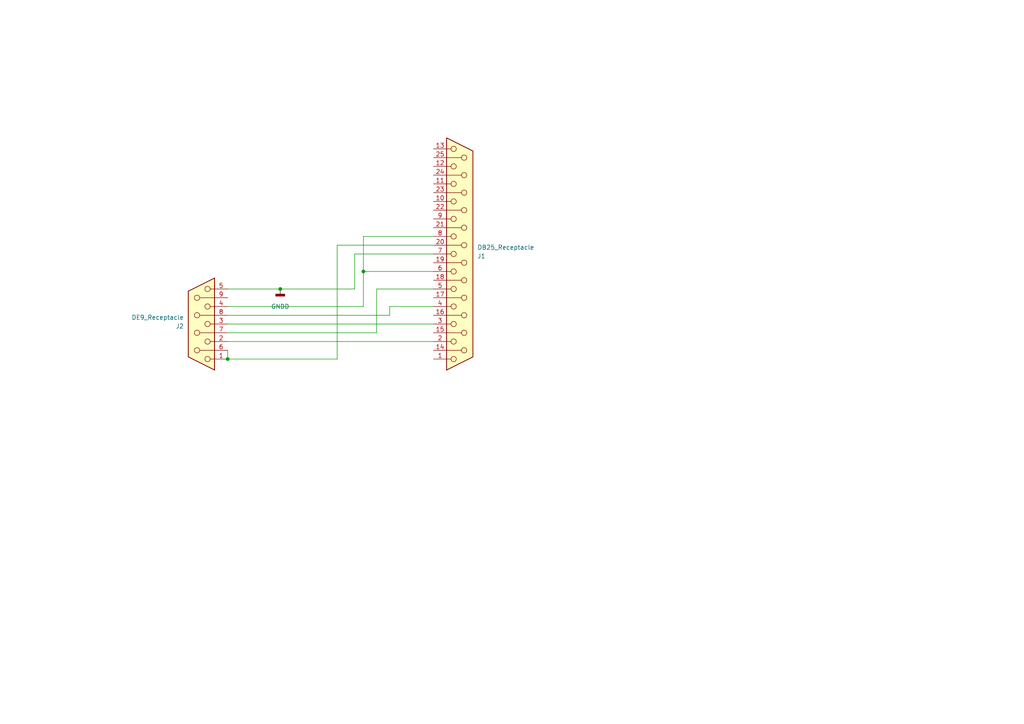
<source format=kicad_sch>
(kicad_sch (version 20230121) (generator eeschema)
  (paper "A4")
  (lib_symbols
    (symbol "Connector:DB25_Receptacle" (pin_names (offset 1.016) hide)
      (property "Reference" "J" (at 0 34.29 0))
      (property "Value" "DB25_Receptacle" (at 0 -34.925 0))
      (symbol "DB25_Receptacle_0_1"
        (circle (center -1.778 -30.48) (radius 0.762))
        (circle (center -1.778 -25.4) (radius 0.762))
        (circle (center -1.778 -20.32) (radius 0.762))
        (circle (center -1.778 -15.24) (radius 0.762))
        (circle (center -1.778 -10.16) (radius 0.762))
        (circle (center -1.778 -5.08) (radius 0.762))
        (circle (center -1.778 0) (radius 0.762))
        (circle (center -1.778 5.08) (radius 0.762))
        (circle (center -1.778 10.16) (radius 0.762))
        (circle (center -1.778 15.24) (radius 0.762))
        (circle (center -1.778 20.32) (radius 0.762))
        (circle (center -1.778 25.4) (radius 0.762))
        (circle (center -1.778 30.48) (radius 0.762))
        (polyline (pts (xy -3.81 -30.48) (xy -2.54 -30.48)))
        (polyline (pts (xy -3.81 -27.94) (xy 0.508 -27.94)))
        (polyline (pts (xy -3.81 -25.4) (xy -2.54 -25.4)))
        (polyline (pts (xy -3.81 -22.86) (xy 0.508 -22.86)))
        (polyline (pts (xy -3.81 -20.32) (xy -2.54 -20.32)))
        (polyline (pts (xy -3.81 -17.78) (xy 0.508 -17.78)))
        (polyline (pts (xy -3.81 -15.24) (xy -2.54 -15.24)))
        (polyline (pts (xy -3.81 -12.7) (xy 0.508 -12.7)))
        (polyline (pts (xy -3.81 -10.16) (xy -2.54 -10.16)))
        (polyline (pts (xy -3.81 -7.62) (xy 0.508 -7.62)))
        (polyline (pts (xy -3.81 -5.08) (xy -2.54 -5.08)))
        (polyline (pts (xy -3.81 -2.54) (xy 0.508 -2.54)))
        (polyline (pts (xy -3.81 0) (xy -2.54 0)))
        (polyline (pts (xy -3.81 2.54) (xy 0.508 2.54)))
        (polyline (pts (xy -3.81 5.08) (xy -2.54 5.08)))
        (polyline (pts (xy -3.81 7.62) (xy 0.508 7.62)))
        (polyline (pts (xy -3.81 10.16) (xy -2.54 10.16)))
        (polyline (pts (xy -3.81 12.7) (xy 0.508 12.7)))
        (polyline (pts (xy -3.81 15.24) (xy -2.54 15.24)))
        (polyline (pts (xy -3.81 17.78) (xy 0.508 17.78)))
        (polyline (pts (xy -3.81 20.32) (xy -2.54 20.32)))
        (polyline (pts (xy -3.81 22.86) (xy 0.508 22.86)))
        (polyline (pts (xy -3.81 25.4) (xy -2.54 25.4)))
        (polyline (pts (xy -3.81 27.94) (xy 0.508 27.94)))
        (polyline (pts (xy -3.81 30.48) (xy -2.54 30.48)))
        (polyline (pts (xy -3.81 33.655) (xy 3.81 29.845) (xy 3.81 -29.845) (xy -3.81 -33.655) (xy -3.81 33.655)) (stroke (width 0.254)) (fill (type background)))
        (circle (center 1.27 -27.94) (radius 0.762))
        (circle (center 1.27 -22.86) (radius 0.762))
        (circle (center 1.27 -17.78) (radius 0.762))
        (circle (center 1.27 -12.7) (radius 0.762))
        (circle (center 1.27 -7.62) (radius 0.762))
        (circle (center 1.27 -2.54) (radius 0.762))
        (circle (center 1.27 2.54) (radius 0.762))
        (circle (center 1.27 7.62) (radius 0.762))
        (circle (center 1.27 12.7) (radius 0.762))
        (circle (center 1.27 17.78) (radius 0.762))
        (circle (center 1.27 22.86) (radius 0.762))
        (circle (center 1.27 27.94) (radius 0.762))
      )
      (symbol "DB25_Receptacle_1_1"
        (pin passive line (at -7.62 30.48 0) (length 3.81) (name "1") (number "1"))
        (pin passive line (at -7.62 -15.24 0) (length 3.81) (name "10") (number "10"))
        (pin passive line (at -7.62 -20.32 0) (length 3.81) (name "11") (number "11"))
        (pin passive line (at -7.62 -25.4 0) (length 3.81) (name "12") (number "12"))
        (pin passive line (at -7.62 -30.48 0) (length 3.81) (name "13") (number "13"))
        (pin passive line (at -7.62 27.94 0) (length 3.81) (name "P14") (number "14"))
        (pin passive line (at -7.62 22.86 0) (length 3.81) (name "P15") (number "15"))
        (pin passive line (at -7.62 17.78 0) (length 3.81) (name "P16") (number "16"))
        (pin passive line (at -7.62 12.7 0) (length 3.81) (name "P17") (number "17"))
        (pin passive line (at -7.62 7.62 0) (length 3.81) (name "P18") (number "18"))
        (pin passive line (at -7.62 2.54 0) (length 3.81) (name "P19") (number "19"))
        (pin passive line (at -7.62 25.4 0) (length 3.81) (name "2") (number "2"))
        (pin passive line (at -7.62 -2.54 0) (length 3.81) (name "P20") (number "20"))
        (pin passive line (at -7.62 -7.62 0) (length 3.81) (name "P21") (number "21"))
        (pin passive line (at -7.62 -12.7 0) (length 3.81) (name "P22") (number "22"))
        (pin passive line (at -7.62 -17.78 0) (length 3.81) (name "P23") (number "23"))
        (pin passive line (at -7.62 -22.86 0) (length 3.81) (name "P24") (number "24"))
        (pin passive line (at -7.62 -27.94 0) (length 3.81) (name "P25") (number "25"))
        (pin passive line (at -7.62 20.32 0) (length 3.81) (name "3") (number "3"))
        (pin passive line (at -7.62 15.24 0) (length 3.81) (name "4") (number "4"))
        (pin passive line (at -7.62 10.16 0) (length 3.81) (name "5") (number "5"))
        (pin passive line (at -7.62 5.08 0) (length 3.81) (name "6") (number "6"))
        (pin passive line (at -7.62 0 0) (length 3.81) (name "7") (number "7"))
        (pin passive line (at -7.62 -5.08 0) (length 3.81) (name "8") (number "8"))
        (pin passive line (at -7.62 -10.16 0) (length 3.81) (name "9") (number "9"))
      )
    )
    (symbol "Connector:DE9_Receptacle" (pin_names (offset 1.016) hide)
      (property "Reference" "J" (at 0 13.97 0))
      (property "Value" "DE9_Receptacle" (at 0 -14.605 0))
      (symbol "DE9_Receptacle_0_1"
        (circle (center -1.778 -10.16) (radius 0.762))
        (circle (center -1.778 -5.08) (radius 0.762))
        (circle (center -1.778 0) (radius 0.762))
        (circle (center -1.778 5.08) (radius 0.762))
        (circle (center -1.778 10.16) (radius 0.762))
        (polyline (pts (xy -3.81 -10.16) (xy -2.54 -10.16)))
        (polyline (pts (xy -3.81 -7.62) (xy 0.508 -7.62)))
        (polyline (pts (xy -3.81 -5.08) (xy -2.54 -5.08)))
        (polyline (pts (xy -3.81 -2.54) (xy 0.508 -2.54)))
        (polyline (pts (xy -3.81 0) (xy -2.54 0)))
        (polyline (pts (xy -3.81 2.54) (xy 0.508 2.54)))
        (polyline (pts (xy -3.81 5.08) (xy -2.54 5.08)))
        (polyline (pts (xy -3.81 7.62) (xy 0.508 7.62)))
        (polyline (pts (xy -3.81 10.16) (xy -2.54 10.16)))
        (polyline (pts (xy -3.81 13.335) (xy -3.81 -13.335) (xy 3.81 -9.525) (xy 3.81 9.525) (xy -3.81 13.335)) (stroke (width 0.254)) (fill (type background)))
        (circle (center 1.27 -7.62) (radius 0.762))
        (circle (center 1.27 -2.54) (radius 0.762))
        (circle (center 1.27 2.54) (radius 0.762))
        (circle (center 1.27 7.62) (radius 0.762))
      )
      (symbol "DE9_Receptacle_1_1"
        (pin passive line (at -7.62 10.16 0) (length 3.81) (name "1") (number "1"))
        (pin passive line (at -7.62 5.08 0) (length 3.81) (name "2") (number "2"))
        (pin passive line (at -7.62 0 0) (length 3.81) (name "3") (number "3"))
        (pin passive line (at -7.62 -5.08 0) (length 3.81) (name "4") (number "4"))
        (pin passive line (at -7.62 -10.16 0) (length 3.81) (name "5") (number "5"))
        (pin passive line (at -7.62 7.62 0) (length 3.81) (name "6") (number "6"))
        (pin passive line (at -7.62 2.54 0) (length 3.81) (name "7") (number "7"))
        (pin passive line (at -7.62 -2.54 0) (length 3.81) (name "8") (number "8"))
        (pin passive line (at -7.62 -7.62 0) (length 3.81) (name "9") (number "9"))
      )
    )
    (symbol "power:GNDD" (power) (pin_names (offset 0))
      (property "Value" "GNDD" (at 0 -3.175 0))
      (symbol "GNDD_0_1"
        (rectangle (start -1.27 -1.524) (end 1.27 -2.032) (stroke (width 0.254)) (fill (type outline)))
        (polyline (pts (xy 0 0) (xy 0 -1.524)))
      )
      (symbol "GNDD_1_1"
        (pin power_in line (at 0 0 270) (length 0) hide (name "GNDD") (number "1"))
      )
    )
  )
  (junction (at 105.41 78.74))
  (junction (at 81.28 83.82))
  (junction (at 66.04 104.14))
  (wire (pts (xy 109.22 96.52) (xy 109.22 83.82)))
  (wire (pts (xy 125.73 71.12) (xy 97.79 71.12)))
  (wire (pts (xy 105.41 68.58) (xy 105.41 78.74)))
  (wire (pts (xy 66.04 99.06) (xy 125.73 99.06)))
  (wire (pts (xy 105.41 78.74) (xy 125.73 78.74)))
  (wire (pts (xy 109.22 83.82) (xy 125.73 83.82)))
  (wire (pts (xy 81.28 83.82) (xy 102.87 83.82)))
  (wire (pts (xy 105.41 88.9) (xy 105.41 78.74)))
  (wire (pts (xy 102.87 73.66) (xy 125.73 73.66)))
  (wire (pts (xy 66.04 88.9) (xy 105.41 88.9)))
  (wire (pts (xy 66.04 101.6) (xy 66.04 104.14)))
  (wire (pts (xy 66.04 93.98) (xy 125.73 93.98)))
  (wire (pts (xy 97.79 71.12) (xy 97.79 104.14)))
  (wire (pts (xy 113.03 88.9) (xy 125.73 88.9)))
  (wire (pts (xy 66.04 91.44) (xy 113.03 91.44)))
  (wire (pts (xy 66.04 83.82) (xy 81.28 83.82)))
  (wire (pts (xy 66.04 96.52) (xy 109.22 96.52)))
  (wire (pts (xy 125.73 68.58) (xy 105.41 68.58)))
  (wire (pts (xy 102.87 83.82) (xy 102.87 73.66)))
  (wire (pts (xy 97.79 104.14) (xy 66.04 104.14)))
  (wire (pts (xy 113.03 91.44) (xy 113.03 88.9)))
  (symbol (lib_id "Connector:DE9_Receptacle") (at 58.42 93.98 180) (unit 1)
    (property "Reference" "J2" (at 53.34 94.615 0) (effects (justify left)))
    (property "Value" "DE9_Receptacle" (at 53.34 92.075 0) (effects (justify left)))
    (property "Footprint" "Connector_Dsub:DSUB-9_Female_EdgeMount_P2.77mm" (effects hide))
    (property "Datasheet" " ~" (effects hide))
  )
  (symbol (lib_id "Connector:DB25_Receptacle") (at 133.35 73.66 0) (mirror x) (unit 1)
    (property "Reference" "J1" (at 138.43 74.295 0) (effects (justify left)))
    (property "Value" "DB25_Receptacle" (at 138.43 71.755 0) (effects (justify left)))
    (property "Footprint" "Connector_Dsub:DSUB-25_Female_EdgeMount_P2.77mm" (effects hide))
    (property "Datasheet" " ~" (effects hide))
  )
  (symbol (lib_id "power:GNDD") (at 81.28 83.82 0) (unit 1)
    (property "Reference" "#PWR01" (effects hide))
    (property "Value" "GNDD" (at 81.28 88.9 0))
  )
)
</source>
